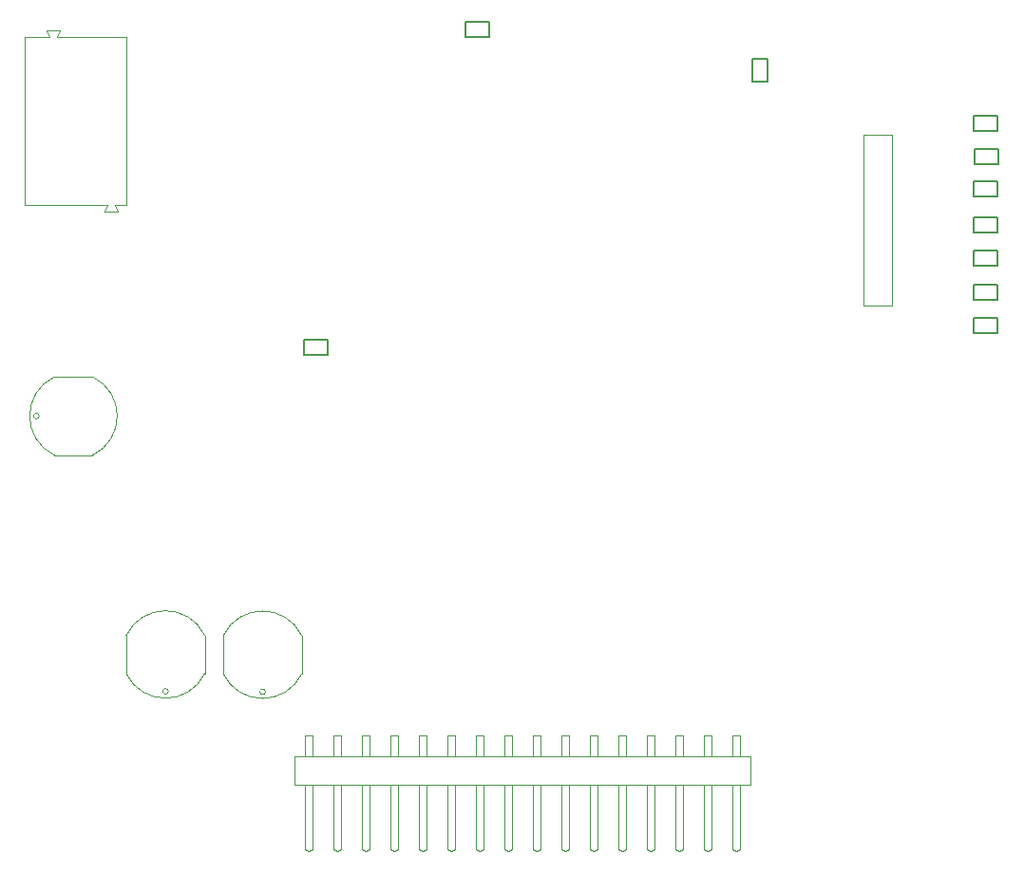
<source format=gbr>
%TF.GenerationSoftware,Altium Limited,Altium Designer,24.7.2 (38)*%
G04 Layer_Color=32768*
%FSLAX45Y45*%
%MOMM*%
%TF.SameCoordinates,313A2AA4-CFAA-4B56-AAC7-ADE98D6BBF51*%
%TF.FilePolarity,Positive*%
%TF.FileFunction,Other,Top_Component_Outline*%
%TF.Part,Single*%
G01*
G75*
%TA.AperFunction,NonConductor*%
%ADD62C,0.20000*%
%ADD98C,0.10000*%
D62*
X4207500Y6492500D02*
Y6627500D01*
X3997500Y6492500D02*
X4207500D01*
X3997500D02*
Y6627500D01*
X4207500D01*
X6547516Y6300000D02*
X6682516D01*
Y6090000D02*
Y6300000D01*
X6547516Y6090000D02*
X6682516D01*
X6547516D02*
Y6300000D01*
X8525000Y5650000D02*
X8735000D01*
Y5785000D01*
X8525000D02*
X8735000D01*
X8525000Y5650000D02*
Y5785000D01*
X8522500Y5072500D02*
X8732500D01*
Y5207500D01*
X8522500D02*
X8732500D01*
X8522500Y5072500D02*
Y5207500D01*
X8532500Y5355000D02*
X8742500D01*
Y5490000D01*
X8532500D02*
X8742500D01*
X8532500Y5355000D02*
Y5490000D01*
X8525000Y4750000D02*
X8735000D01*
Y4885000D01*
X8525000D02*
X8735000D01*
X8525000Y4750000D02*
Y4885000D01*
Y4450000D02*
X8735000D01*
Y4585000D01*
X8525000D02*
X8735000D01*
X8525000Y4450000D02*
Y4585000D01*
Y4150000D02*
Y4285000D01*
X8735000D01*
Y4150000D02*
Y4285000D01*
X8525000Y4150000D02*
X8735000D01*
X8525000Y3850000D02*
Y3985000D01*
X8735000D01*
Y3850000D02*
Y3985000D01*
X8525000Y3850000D02*
X8735000D01*
X2557500Y3655000D02*
X2767500D01*
Y3790000D01*
X2557500D02*
X2767500D01*
X2557500Y3655000D02*
Y3790000D01*
D98*
X195000Y3110000D02*
G03*
X195000Y3110000I-25000J0D01*
G01*
X670000Y2760000D02*
G03*
X670000Y3460000I-168409J350000D01*
G01*
X330000D02*
G03*
X330000Y2760000I168409J-350000D01*
G01*
X1345000Y652500D02*
G03*
X1345000Y652500I-25000J0D01*
G01*
X1670000Y1152500D02*
G03*
X970000Y1152500I-350000J-168409D01*
G01*
Y812500D02*
G03*
X1670000Y812500I350000J168409D01*
G01*
X2210000Y650000D02*
G03*
X2210000Y650000I-25000J0D01*
G01*
X2535000Y1150000D02*
G03*
X1835000Y1150000I-350000J-168409D01*
G01*
Y810000D02*
G03*
X2535000Y810000I350000J168409D01*
G01*
X7540500Y4096000D02*
X7794500D01*
X7540500Y5620000D02*
X7794500D01*
X7540500Y4096000D02*
Y5620000D01*
X7794500Y4096000D02*
Y5620000D01*
X777479Y4932517D02*
X802458Y4992526D01*
X777479Y4932517D02*
X897479D01*
X872500Y4992526D02*
X897479Y4932517D01*
X872500Y4992526D02*
X967500D01*
X67500D02*
X802500D01*
X967500D02*
Y6492526D01*
X67499Y4992526D02*
Y6492526D01*
X282499D01*
X352520D02*
X967500D01*
X257499Y6552535D02*
X377499D01*
X257499D02*
X282478Y6492526D01*
X352520D02*
X377499Y6552535D01*
X330000Y3460000D02*
X670000D01*
X330000Y2760000D02*
X670000D01*
X970000Y812500D02*
Y1152500D01*
X1670000Y812500D02*
Y1152500D01*
X1835000Y810000D02*
Y1150000D01*
X2535000Y810000D02*
Y1150000D01*
X2595000Y-777000D02*
X2627000Y-757000D01*
X2817000D02*
X2849000Y-777000D01*
X2881000Y-757000D01*
X2563000D02*
X2595000Y-777000D01*
X3103000D02*
X3135000Y-757000D01*
X3071000D02*
X3103000Y-777000D01*
X3325000Y-757000D02*
X3357000Y-777000D01*
X3389000Y-757000D01*
X3579000D02*
X3611000Y-777000D01*
X3135000Y-757000D02*
Y-177000D01*
X2817000Y-757000D02*
Y-177000D01*
X2881000Y-757000D02*
Y-177000D01*
X2563000Y-757000D02*
Y-177000D01*
X2627000Y-757000D02*
Y-177000D01*
X3071000Y-757000D02*
Y-177000D01*
X3325000Y-757000D02*
Y-177000D01*
X3389000Y-757000D02*
Y-177000D01*
X3579000Y-757000D02*
Y-177000D01*
X2468000D02*
Y77000D01*
X2881000D02*
Y259000D01*
X3071000Y77000D02*
Y259000D01*
X2563000Y77000D02*
Y259000D01*
X2627000Y77000D02*
Y259000D01*
X2817000Y77000D02*
Y259000D01*
X3135000Y77000D02*
Y259000D01*
X3325000Y77000D02*
Y259000D01*
X3389000Y77000D02*
Y259000D01*
X3579000Y77000D02*
Y259000D01*
X3071000D02*
X3135000D01*
X2563000D02*
X2627000D01*
X2817000D02*
X2881000D01*
X3325000D02*
X3389000D01*
X3611000Y-777000D02*
X3643000Y-757000D01*
X3833000D02*
X3865000Y-777000D01*
X3897000Y-757000D01*
X4087000D02*
X4119000Y-777000D01*
X4341000Y-757000D02*
X4373000Y-777000D01*
X4405000Y-757000D01*
X4119000Y-777000D02*
X4151000Y-757000D01*
X4595000D02*
X4627000Y-777000D01*
X3643000Y-757000D02*
Y-177000D01*
X3833000Y-757000D02*
Y-177000D01*
X4151000Y-757000D02*
Y-177000D01*
X4087000Y-757000D02*
Y-177000D01*
X3897000Y-757000D02*
Y-177000D01*
X4405000Y-757000D02*
Y-177000D01*
X4341000Y-757000D02*
Y-177000D01*
X4595000Y-757000D02*
Y-177000D01*
X2468000D02*
X6532000D01*
X2468000Y77000D02*
X6532000D01*
X3643000D02*
Y259000D01*
X3833000Y77000D02*
Y259000D01*
X3897000Y77000D02*
Y259000D01*
X4151000Y77000D02*
Y259000D01*
X4087000Y77000D02*
Y259000D01*
X4405000Y77000D02*
Y259000D01*
X4341000Y77000D02*
Y259000D01*
X4595000Y77000D02*
Y259000D01*
X3579000D02*
X3643000D01*
X3833000D02*
X3897000D01*
X4341000D02*
X4405000D01*
X4087000D02*
X4151000D01*
X4595000D02*
X4659000D01*
X4627000Y-777000D02*
X4659000Y-757000D01*
X4849000D02*
X4881000Y-777000D01*
X4913000Y-757000D01*
X5103000D02*
X5135000Y-777000D01*
X5167000Y-757000D01*
X5357000D02*
X5389000Y-777000D01*
X5421000Y-757000D01*
X5643000Y-777000D02*
X5675000Y-757000D01*
X5611000D02*
X5643000Y-777000D01*
X4659000Y-757000D02*
Y-177000D01*
X4849000Y-757000D02*
Y-177000D01*
X4913000Y-757000D02*
Y-177000D01*
X5103000Y-757000D02*
Y-177000D01*
X5167000Y-757000D02*
Y-177000D01*
X5357000Y-757000D02*
Y-177000D01*
X5421000Y-757000D02*
Y-177000D01*
X5611000Y-757000D02*
Y-177000D01*
X5675000Y-757000D02*
Y-177000D01*
X5865000Y-757000D02*
Y-177000D01*
X4659000Y77000D02*
Y259000D01*
X4849000Y77000D02*
Y259000D01*
X4913000Y77000D02*
Y259000D01*
X5103000Y77000D02*
Y259000D01*
X5167000Y77000D02*
Y259000D01*
X5357000Y77000D02*
Y259000D01*
X5421000Y77000D02*
Y259000D01*
X5675000Y77000D02*
Y259000D01*
X5611000Y77000D02*
Y259000D01*
X4849000D02*
X4913000D01*
X5103000D02*
X5167000D01*
X5357000D02*
X5421000D01*
X5611000D02*
X5675000D01*
X6373000Y-757000D02*
X6405000Y-777000D01*
X5897000D02*
X5929000Y-757000D01*
X6405000Y-777000D02*
X6437000Y-757000D01*
X5865000D02*
X5897000Y-777000D01*
X6119000Y-757000D02*
X6151000Y-777000D01*
X6183000Y-757000D01*
Y-177000D01*
X6119000Y-757000D02*
Y-177000D01*
X6373000Y-757000D02*
Y-177000D01*
X6437000Y-757000D02*
Y-177000D01*
X5929000Y-757000D02*
Y-177000D01*
X6532000D02*
Y77000D01*
X5865000D02*
Y259000D01*
X5929000Y77000D02*
Y259000D01*
X6183000Y77000D02*
Y259000D01*
X6119000Y77000D02*
Y259000D01*
X6437000Y77000D02*
Y259000D01*
X6373000Y77000D02*
Y259000D01*
X5865000D02*
X5929000D01*
X6373000D02*
X6437000D01*
X6119000D02*
X6183000D01*
%TF.MD5,a65ffe7153e6090b11e007b25e2e43d9*%
M02*

</source>
